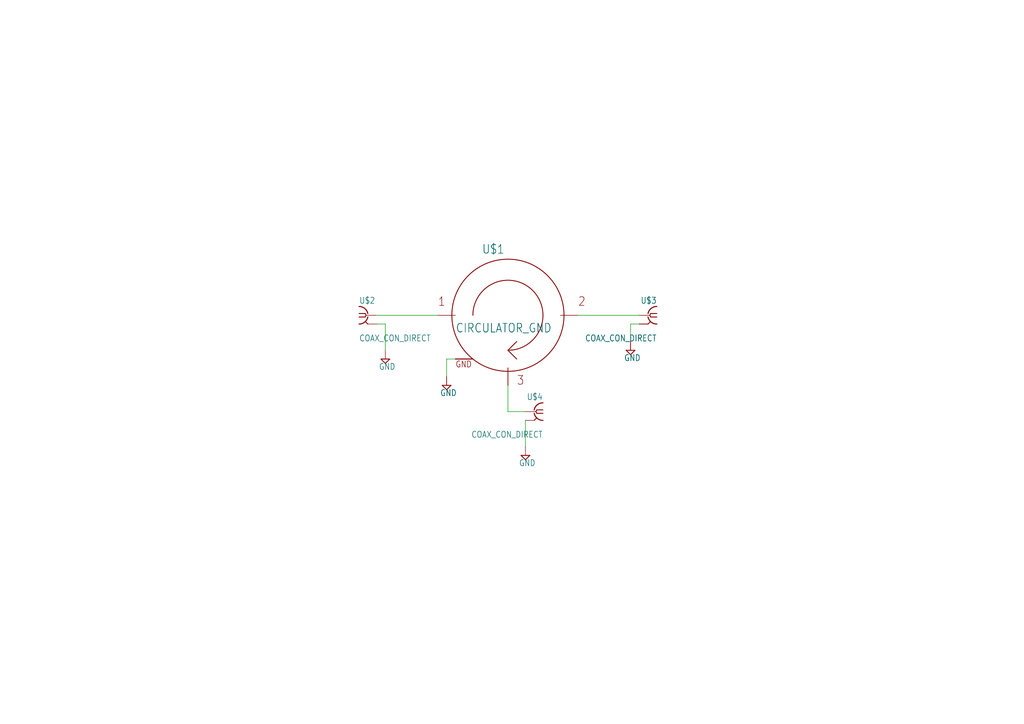
<source format=kicad_sch>
(kicad_sch
	(version 20231120)
	(generator "eeschema")
	(generator_version "8.0")
	(uuid "57cbc169-d543-4684-9212-3eaf235737f7")
	(paper "A4")
	(lib_symbols
		(symbol "Circulator_Board-eagle-import:CIRCULATOR_GND"
			(exclude_from_sim no)
			(in_bom yes)
			(on_board yes)
			(property "Reference" ""
				(at -7.62 17.78 0)
				(effects
					(font
						(size 2.54 2.159)
					)
					(justify left bottom)
					(hide yes)
				)
			)
			(property "Value" ""
				(at -15.24 -5.08 0)
				(effects
					(font
						(size 2.54 2.159)
					)
					(justify left bottom)
				)
			)
			(property "Footprint" "Circulator_Board:JCD0126T0130LC100"
				(at 0 0 0)
				(effects
					(font
						(size 1.27 1.27)
					)
					(hide yes)
				)
			)
			(property "Datasheet" ""
				(at 0 0 0)
				(effects
					(font
						(size 1.27 1.27)
					)
					(hide yes)
				)
			)
			(property "Description" "Circulators (Drop-In)"
				(at 0 0 0)
				(effects
					(font
						(size 1.27 1.27)
					)
					(hide yes)
				)
			)
			(property "ki_locked" ""
				(at 0 0 0)
				(effects
					(font
						(size 1.27 1.27)
					)
				)
			)
			(symbol "CIRCULATOR_GND_1_0"
				(arc
					(start 0 -10.16)
					(mid 7.1842 7.1842)
					(end -10.16 0)
					(stroke
						(width 0.254)
						(type solid)
					)
					(fill
						(type none)
					)
				)
				(polyline
					(pts
						(xy 0 -10.16) (xy 2.54 -12.7)
					)
					(stroke
						(width 0.254)
						(type solid)
					)
					(fill
						(type none)
					)
				)
				(polyline
					(pts
						(xy 2.54 -7.62) (xy 0 -10.16)
					)
					(stroke
						(width 0.254)
						(type solid)
					)
					(fill
						(type none)
					)
				)
				(circle
					(center 0 0)
					(radius 16.2639)
					(stroke
						(width 0.254)
						(type solid)
					)
					(fill
						(type none)
					)
				)
				(text "1"
					(at -20.32 2.54 0)
					(effects
						(font
							(size 2.54 2.159)
						)
						(justify left bottom)
					)
				)
				(text "2"
					(at 20.32 2.54 0)
					(effects
						(font
							(size 2.54 2.159)
						)
						(justify left bottom)
					)
				)
				(text "3"
					(at 2.54 -20.32 0)
					(effects
						(font
							(size 2.54 2.159)
						)
						(justify left bottom)
					)
				)
				(text "GND"
					(at -15.24 -15.24 0)
					(effects
						(font
							(size 1.778 1.5113)
						)
						(justify left bottom)
					)
				)
				(pin bidirectional line
					(at -15.24 -12.7 0)
					(length 5.08)
					(name "P$GND"
						(effects
							(font
								(size 0 0)
							)
						)
					)
					(number "P$1"
						(effects
							(font
								(size 0 0)
							)
						)
					)
				)
				(pin bidirectional line
					(at -15.24 -12.7 0)
					(length 5.08)
					(name "P$GND"
						(effects
							(font
								(size 0 0)
							)
						)
					)
					(number "P$2"
						(effects
							(font
								(size 0 0)
							)
						)
					)
				)
				(pin bidirectional line
					(at -15.24 -12.7 0)
					(length 5.08)
					(name "P$GND"
						(effects
							(font
								(size 0 0)
							)
						)
					)
					(number "P$3"
						(effects
							(font
								(size 0 0)
							)
						)
					)
				)
				(pin bidirectional line
					(at -15.24 -12.7 0)
					(length 5.08)
					(name "P$GND"
						(effects
							(font
								(size 0 0)
							)
						)
					)
					(number "P$4"
						(effects
							(font
								(size 0 0)
							)
						)
					)
				)
				(pin bidirectional line
					(at -20.32 0 0)
					(length 5.08)
					(name "P$1"
						(effects
							(font
								(size 0 0)
							)
						)
					)
					(number "P$IN"
						(effects
							(font
								(size 0 0)
							)
						)
					)
				)
				(pin bidirectional line
					(at 0 -20.32 90)
					(length 5.08)
					(name "P$3"
						(effects
							(font
								(size 0 0)
							)
						)
					)
					(number "P$LOAD"
						(effects
							(font
								(size 0 0)
							)
						)
					)
				)
				(pin bidirectional line
					(at 20.32 0 180)
					(length 5.08)
					(name "P$2"
						(effects
							(font
								(size 0 0)
							)
						)
					)
					(number "P$OUT"
						(effects
							(font
								(size 0 0)
							)
						)
					)
				)
			)
		)
		(symbol "Circulator_Board-eagle-import:COAX_CON_DIRECT"
			(exclude_from_sim no)
			(in_bom yes)
			(on_board yes)
			(property "Reference" ""
				(at -2.54 3.302 0)
				(effects
					(font
						(size 1.778 1.5113)
					)
					(justify left bottom)
					(hide yes)
				)
			)
			(property "Value" ""
				(at -2.54 -7.62 0)
				(effects
					(font
						(size 1.778 1.5113)
					)
					(justify left bottom)
				)
			)
			(property "Footprint" "Circulator_Board:COAX.141"
				(at 0 0 0)
				(effects
					(font
						(size 1.27 1.27)
					)
					(hide yes)
				)
			)
			(property "Datasheet" ""
				(at 0 0 0)
				(effects
					(font
						(size 1.27 1.27)
					)
					(hide yes)
				)
			)
			(property "Description" "Direct Coax to Bord Top"
				(at 0 0 0)
				(effects
					(font
						(size 1.27 1.27)
					)
					(hide yes)
				)
			)
			(property "ki_locked" ""
				(at 0 0 0)
				(effects
					(font
						(size 1.27 1.27)
					)
				)
			)
			(symbol "COAX_CON_DIRECT_1_0"
				(arc
					(start -2.54 -2.54)
					(mid -0.9022 -1.9838)
					(end 0 -0.508)
					(stroke
						(width 0.3048)
						(type solid)
					)
					(fill
						(type none)
					)
				)
				(polyline
					(pts
						(xy -2.54 0.508) (xy -0.762 0.508)
					)
					(stroke
						(width 0.254)
						(type solid)
					)
					(fill
						(type none)
					)
				)
				(polyline
					(pts
						(xy -0.762 -0.508) (xy -2.54 -0.508)
					)
					(stroke
						(width 0.254)
						(type solid)
					)
					(fill
						(type none)
					)
				)
				(polyline
					(pts
						(xy -0.762 0.508) (xy -0.508 0)
					)
					(stroke
						(width 0.254)
						(type solid)
					)
					(fill
						(type none)
					)
				)
				(polyline
					(pts
						(xy -0.508 0) (xy -0.762 -0.508)
					)
					(stroke
						(width 0.254)
						(type solid)
					)
					(fill
						(type none)
					)
				)
				(polyline
					(pts
						(xy 0 -2.54) (xy -0.762 -1.778)
					)
					(stroke
						(width 0.254)
						(type solid)
					)
					(fill
						(type none)
					)
				)
				(polyline
					(pts
						(xy 0 0) (xy -0.508 0)
					)
					(stroke
						(width 0.1524)
						(type solid)
					)
					(fill
						(type none)
					)
				)
				(arc
					(start 0 0.508)
					(mid -0.9022 1.9838)
					(end -2.54 2.54)
					(stroke
						(width 0.3048)
						(type solid)
					)
					(fill
						(type none)
					)
				)
				(pin passive line
					(at 2.54 0 180)
					(length 2.54)
					(name "1"
						(effects
							(font
								(size 0 0)
							)
						)
					)
					(number "P$1"
						(effects
							(font
								(size 0 0)
							)
						)
					)
				)
				(pin passive line
					(at 2.54 -2.54 180)
					(length 2.54)
					(name "GND@1"
						(effects
							(font
								(size 0 0)
							)
						)
					)
					(number "P$2"
						(effects
							(font
								(size 0 0)
							)
						)
					)
				)
			)
		)
		(symbol "Circulator_Board-eagle-import:GND"
			(power)
			(exclude_from_sim no)
			(in_bom yes)
			(on_board yes)
			(property "Reference" "#SUPPLY"
				(at 0 0 0)
				(effects
					(font
						(size 1.27 1.27)
					)
					(hide yes)
				)
			)
			(property "Value" ""
				(at -1.905 -3.175 0)
				(effects
					(font
						(size 1.778 1.5113)
					)
					(justify left bottom)
				)
			)
			(property "Footprint" ""
				(at 0 0 0)
				(effects
					(font
						(size 1.27 1.27)
					)
					(hide yes)
				)
			)
			(property "Datasheet" ""
				(at 0 0 0)
				(effects
					(font
						(size 1.27 1.27)
					)
					(hide yes)
				)
			)
			(property "Description" "SUPPLY SYMBOL"
				(at 0 0 0)
				(effects
					(font
						(size 1.27 1.27)
					)
					(hide yes)
				)
			)
			(property "ki_locked" ""
				(at 0 0 0)
				(effects
					(font
						(size 1.27 1.27)
					)
				)
			)
			(symbol "GND_1_0"
				(polyline
					(pts
						(xy -1.27 0) (xy 1.27 0)
					)
					(stroke
						(width 0.254)
						(type solid)
					)
					(fill
						(type none)
					)
				)
				(polyline
					(pts
						(xy 0 -1.27) (xy -1.27 0)
					)
					(stroke
						(width 0.254)
						(type solid)
					)
					(fill
						(type none)
					)
				)
				(polyline
					(pts
						(xy 1.27 0) (xy 0 -1.27)
					)
					(stroke
						(width 0.254)
						(type solid)
					)
					(fill
						(type none)
					)
				)
				(pin power_in line
					(at 0 2.54 270)
					(length 2.54)
					(name "GND"
						(effects
							(font
								(size 0 0)
							)
						)
					)
					(number "1"
						(effects
							(font
								(size 0 0)
							)
						)
					)
				)
			)
		)
	)
	(wire
		(pts
			(xy 109.22 93.98) (xy 111.76 93.98)
		)
		(stroke
			(width 0.1524)
			(type solid)
		)
		(uuid "28a306f6-d68d-4a49-a8d2-6c7d3f1f6a12")
	)
	(wire
		(pts
			(xy 185.42 91.44) (xy 167.64 91.44)
		)
		(stroke
			(width 0.1524)
			(type solid)
		)
		(uuid "60dd3fe4-60aa-4da5-811c-988064407a1b")
	)
	(wire
		(pts
			(xy 152.4 121.92) (xy 152.4 129.54)
		)
		(stroke
			(width 0.1524)
			(type solid)
		)
		(uuid "8055cb2e-581b-44d5-85ea-498316f55a56")
	)
	(wire
		(pts
			(xy 127 91.44) (xy 109.22 91.44)
		)
		(stroke
			(width 0.1524)
			(type solid)
		)
		(uuid "9636b8ab-3af3-4c7d-87c9-557ddf826296")
	)
	(wire
		(pts
			(xy 185.42 93.98) (xy 182.88 93.98)
		)
		(stroke
			(width 0.1524)
			(type solid)
		)
		(uuid "a6039c71-ae16-446d-a30b-f70e59b570bf")
	)
	(wire
		(pts
			(xy 147.32 119.38) (xy 147.32 111.76)
		)
		(stroke
			(width 0.1524)
			(type solid)
		)
		(uuid "bad64b0b-8a2a-4d93-8165-920e97dfeda1")
	)
	(wire
		(pts
			(xy 111.76 93.98) (xy 111.76 101.6)
		)
		(stroke
			(width 0.1524)
			(type solid)
		)
		(uuid "c161fdbe-1f15-4a84-8cb2-46039b45e2fd")
	)
	(wire
		(pts
			(xy 132.08 104.14) (xy 129.54 104.14)
		)
		(stroke
			(width 0.1524)
			(type solid)
		)
		(uuid "c5304eab-c21b-4553-b5d0-a107978f43c2")
	)
	(wire
		(pts
			(xy 129.54 104.14) (xy 129.54 109.22)
		)
		(stroke
			(width 0.1524)
			(type solid)
		)
		(uuid "cff17c89-52c4-4056-89ce-9c4982a8b084")
	)
	(wire
		(pts
			(xy 152.4 119.38) (xy 147.32 119.38)
		)
		(stroke
			(width 0.1524)
			(type solid)
		)
		(uuid "ef48ad2d-8734-4090-8b67-6f59e1f9b250")
	)
	(wire
		(pts
			(xy 182.88 93.98) (xy 182.88 99.06)
		)
		(stroke
			(width 0.1524)
			(type solid)
		)
		(uuid "f5522ea3-b01a-4dd8-8150-9e6a97e67d0e")
	)
	(symbol
		(lib_id "Circulator_Board-eagle-import:COAX_CON_DIRECT")
		(at 154.94 119.38 0)
		(mirror y)
		(unit 1)
		(exclude_from_sim no)
		(in_bom yes)
		(on_board yes)
		(dnp no)
		(uuid "212b1cd2-435a-4f03-b84e-9ef1d738ab03")
		(property "Reference" "U$4"
			(at 157.48 116.078 0)
			(effects
				(font
					(size 1.778 1.5113)
				)
				(justify left bottom)
			)
		)
		(property "Value" "COAX_CON_DIRECT"
			(at 157.48 127 0)
			(effects
				(font
					(size 1.778 1.5113)
				)
				(justify left bottom)
			)
		)
		(property "Footprint" "Circulator_Board:COAX.141"
			(at 154.94 119.38 0)
			(effects
				(font
					(size 1.27 1.27)
				)
				(hide yes)
			)
		)
		(property "Datasheet" ""
			(at 154.94 119.38 0)
			(effects
				(font
					(size 1.27 1.27)
				)
				(hide yes)
			)
		)
		(property "Description" ""
			(at 154.94 119.38 0)
			(effects
				(font
					(size 1.27 1.27)
				)
				(hide yes)
			)
		)
		(pin "P$1"
			(uuid "38a9708c-671f-479e-8775-145d12e0d56f")
		)
		(pin "P$2"
			(uuid "0b2f69e1-fa7f-479e-96c7-0eeb47597c0f")
		)
		(instances
			(project ""
				(path "/57cbc169-d543-4684-9212-3eaf235737f7"
					(reference "U$4")
					(unit 1)
				)
			)
		)
	)
	(symbol
		(lib_id "Circulator_Board-eagle-import:GND")
		(at 182.88 101.6 0)
		(unit 1)
		(exclude_from_sim no)
		(in_bom yes)
		(on_board yes)
		(dnp no)
		(uuid "3be3ebc4-5066-4259-a223-d7980ca881ca")
		(property "Reference" "#SUPPLY4"
			(at 182.88 101.6 0)
			(effects
				(font
					(size 1.27 1.27)
				)
				(hide yes)
			)
		)
		(property "Value" "GND"
			(at 180.975 104.775 0)
			(effects
				(font
					(size 1.778 1.5113)
				)
				(justify left bottom)
			)
		)
		(property "Footprint" ""
			(at 182.88 101.6 0)
			(effects
				(font
					(size 1.27 1.27)
				)
				(hide yes)
			)
		)
		(property "Datasheet" ""
			(at 182.88 101.6 0)
			(effects
				(font
					(size 1.27 1.27)
				)
				(hide yes)
			)
		)
		(property "Description" ""
			(at 182.88 101.6 0)
			(effects
				(font
					(size 1.27 1.27)
				)
				(hide yes)
			)
		)
		(pin "1"
			(uuid "dba53b7e-0865-49cb-aabd-34d5fbfaa95f")
		)
		(instances
			(project ""
				(path "/57cbc169-d543-4684-9212-3eaf235737f7"
					(reference "#SUPPLY4")
					(unit 1)
				)
			)
		)
	)
	(symbol
		(lib_id "Circulator_Board-eagle-import:GND")
		(at 152.4 132.08 0)
		(unit 1)
		(exclude_from_sim no)
		(in_bom yes)
		(on_board yes)
		(dnp no)
		(uuid "4cc702d5-1df0-4070-8c23-492935f3a5a6")
		(property "Reference" "#SUPPLY3"
			(at 152.4 132.08 0)
			(effects
				(font
					(size 1.27 1.27)
				)
				(hide yes)
			)
		)
		(property "Value" "GND"
			(at 150.495 135.255 0)
			(effects
				(font
					(size 1.778 1.5113)
				)
				(justify left bottom)
			)
		)
		(property "Footprint" ""
			(at 152.4 132.08 0)
			(effects
				(font
					(size 1.27 1.27)
				)
				(hide yes)
			)
		)
		(property "Datasheet" ""
			(at 152.4 132.08 0)
			(effects
				(font
					(size 1.27 1.27)
				)
				(hide yes)
			)
		)
		(property "Description" ""
			(at 152.4 132.08 0)
			(effects
				(font
					(size 1.27 1.27)
				)
				(hide yes)
			)
		)
		(pin "1"
			(uuid "2e64c52c-0287-4c08-a11d-1bcb234e6334")
		)
		(instances
			(project ""
				(path "/57cbc169-d543-4684-9212-3eaf235737f7"
					(reference "#SUPPLY3")
					(unit 1)
				)
			)
		)
	)
	(symbol
		(lib_id "Circulator_Board-eagle-import:GND")
		(at 111.76 104.14 0)
		(unit 1)
		(exclude_from_sim no)
		(in_bom yes)
		(on_board yes)
		(dnp no)
		(uuid "54c00428-aa10-4291-9731-5539bb7e99c6")
		(property "Reference" "#SUPPLY1"
			(at 111.76 104.14 0)
			(effects
				(font
					(size 1.27 1.27)
				)
				(hide yes)
			)
		)
		(property "Value" "GND"
			(at 109.855 107.315 0)
			(effects
				(font
					(size 1.778 1.5113)
				)
				(justify left bottom)
			)
		)
		(property "Footprint" ""
			(at 111.76 104.14 0)
			(effects
				(font
					(size 1.27 1.27)
				)
				(hide yes)
			)
		)
		(property "Datasheet" ""
			(at 111.76 104.14 0)
			(effects
				(font
					(size 1.27 1.27)
				)
				(hide yes)
			)
		)
		(property "Description" ""
			(at 111.76 104.14 0)
			(effects
				(font
					(size 1.27 1.27)
				)
				(hide yes)
			)
		)
		(pin "1"
			(uuid "fdf7cd2f-a518-4926-a492-95986a159876")
		)
		(instances
			(project ""
				(path "/57cbc169-d543-4684-9212-3eaf235737f7"
					(reference "#SUPPLY1")
					(unit 1)
				)
			)
		)
	)
	(symbol
		(lib_id "Circulator_Board-eagle-import:GND")
		(at 129.54 111.76 0)
		(unit 1)
		(exclude_from_sim no)
		(in_bom yes)
		(on_board yes)
		(dnp no)
		(uuid "7b4800c5-4150-46ea-ace3-3fde83e1ec94")
		(property "Reference" "#SUPPLY2"
			(at 129.54 111.76 0)
			(effects
				(font
					(size 1.27 1.27)
				)
				(hide yes)
			)
		)
		(property "Value" "GND"
			(at 127.635 114.935 0)
			(effects
				(font
					(size 1.778 1.5113)
				)
				(justify left bottom)
			)
		)
		(property "Footprint" ""
			(at 129.54 111.76 0)
			(effects
				(font
					(size 1.27 1.27)
				)
				(hide yes)
			)
		)
		(property "Datasheet" ""
			(at 129.54 111.76 0)
			(effects
				(font
					(size 1.27 1.27)
				)
				(hide yes)
			)
		)
		(property "Description" ""
			(at 129.54 111.76 0)
			(effects
				(font
					(size 1.27 1.27)
				)
				(hide yes)
			)
		)
		(pin "1"
			(uuid "40e4ff60-ecad-45b2-b4a8-bec195612a7e")
		)
		(instances
			(project ""
				(path "/57cbc169-d543-4684-9212-3eaf235737f7"
					(reference "#SUPPLY2")
					(unit 1)
				)
			)
		)
	)
	(symbol
		(lib_id "Circulator_Board-eagle-import:CIRCULATOR_GND")
		(at 147.32 91.44 0)
		(unit 1)
		(exclude_from_sim no)
		(in_bom yes)
		(on_board yes)
		(dnp no)
		(uuid "a5b71446-28e1-46a4-93d9-f2a5475f223e")
		(property "Reference" "U$1"
			(at 139.7 73.66 0)
			(effects
				(font
					(size 2.54 2.159)
				)
				(justify left bottom)
			)
		)
		(property "Value" "CIRCULATOR_GND"
			(at 132.08 96.52 0)
			(effects
				(font
					(size 2.54 2.159)
				)
				(justify left bottom)
			)
		)
		(property "Footprint" "Circulator_Board:JCD0126T0130LC100"
			(at 147.32 91.44 0)
			(effects
				(font
					(size 1.27 1.27)
				)
				(hide yes)
			)
		)
		(property "Datasheet" ""
			(at 147.32 91.44 0)
			(effects
				(font
					(size 1.27 1.27)
				)
				(hide yes)
			)
		)
		(property "Description" ""
			(at 147.32 91.44 0)
			(effects
				(font
					(size 1.27 1.27)
				)
				(hide yes)
			)
		)
		(pin "P$1"
			(uuid "c4c41bdc-a58e-43f8-a3df-fba116237ce6")
		)
		(pin "P$2"
			(uuid "2e3118b2-5243-457c-866d-1448774312dc")
		)
		(pin "P$OUT"
			(uuid "d496e970-9553-401c-8caa-d00ac2232d4f")
		)
		(pin "P$3"
			(uuid "ef14e677-24ce-439d-b9af-86b5f2acbf36")
		)
		(pin "P$4"
			(uuid "6e1adc0c-f2f4-42c8-be99-2878c5f74e65")
		)
		(pin "P$IN"
			(uuid "18d0491c-3d6b-4f76-8b59-865b267f0070")
		)
		(pin "P$LOAD"
			(uuid "7e413859-678f-4bb8-b3fe-80afcd62c13e")
		)
		(instances
			(project ""
				(path "/57cbc169-d543-4684-9212-3eaf235737f7"
					(reference "U$1")
					(unit 1)
				)
			)
		)
	)
	(symbol
		(lib_id "Circulator_Board-eagle-import:COAX_CON_DIRECT")
		(at 106.68 91.44 0)
		(unit 1)
		(exclude_from_sim no)
		(in_bom yes)
		(on_board yes)
		(dnp no)
		(uuid "c149ad22-5ace-4e46-a413-0c93b64b7480")
		(property "Reference" "U$2"
			(at 104.14 88.138 0)
			(effects
				(font
					(size 1.778 1.5113)
				)
				(justify left bottom)
			)
		)
		(property "Value" "COAX_CON_DIRECT"
			(at 104.14 99.06 0)
			(effects
				(font
					(size 1.778 1.5113)
				)
				(justify left bottom)
			)
		)
		(property "Footprint" "Circulator_Board:COAX.141"
			(at 106.68 91.44 0)
			(effects
				(font
					(size 1.27 1.27)
				)
				(hide yes)
			)
		)
		(property "Datasheet" ""
			(at 106.68 91.44 0)
			(effects
				(font
					(size 1.27 1.27)
				)
				(hide yes)
			)
		)
		(property "Description" ""
			(at 106.68 91.44 0)
			(effects
				(font
					(size 1.27 1.27)
				)
				(hide yes)
			)
		)
		(pin "P$2"
			(uuid "ccdd4847-93a7-4a9a-830e-c5aa612d67d2")
		)
		(pin "P$1"
			(uuid "71516a6a-9fdf-46d7-b91f-e7e8a2774a22")
		)
		(instances
			(project ""
				(path "/57cbc169-d543-4684-9212-3eaf235737f7"
					(reference "U$2")
					(unit 1)
				)
			)
		)
	)
	(symbol
		(lib_id "Circulator_Board-eagle-import:COAX_CON_DIRECT")
		(at 187.96 91.44 0)
		(mirror y)
		(unit 1)
		(exclude_from_sim no)
		(in_bom yes)
		(on_board yes)
		(dnp no)
		(uuid "f8590f8e-3ed5-40d0-b9ab-a06cbb300d1b")
		(property "Reference" "U$3"
			(at 190.5 88.138 0)
			(effects
				(font
					(size 1.778 1.5113)
				)
				(justify left bottom)
			)
		)
		(property "Value" "COAX_CON_DIRECT"
			(at 190.5 99.06 0)
			(effects
				(font
					(size 1.778 1.5113)
				)
				(justify left bottom)
			)
		)
		(property "Footprint" "Circulator_Board:COAX.141"
			(at 187.96 91.44 0)
			(effects
				(font
					(size 1.27 1.27)
				)
				(hide yes)
			)
		)
		(property "Datasheet" ""
			(at 187.96 91.44 0)
			(effects
				(font
					(size 1.27 1.27)
				)
				(hide yes)
			)
		)
		(property "Description" ""
			(at 187.96 91.44 0)
			(effects
				(font
					(size 1.27 1.27)
				)
				(hide yes)
			)
		)
		(pin "P$1"
			(uuid "34de7356-7fbb-4fa5-be14-8162a7fb24cb")
		)
		(pin "P$2"
			(uuid "8457179b-23c5-4200-8e96-fb4099b7d479")
		)
		(instances
			(project ""
				(path "/57cbc169-d543-4684-9212-3eaf235737f7"
					(reference "U$3")
					(unit 1)
				)
			)
		)
	)
	(sheet_instances
		(path "/"
			(page "1")
		)
	)
)

</source>
